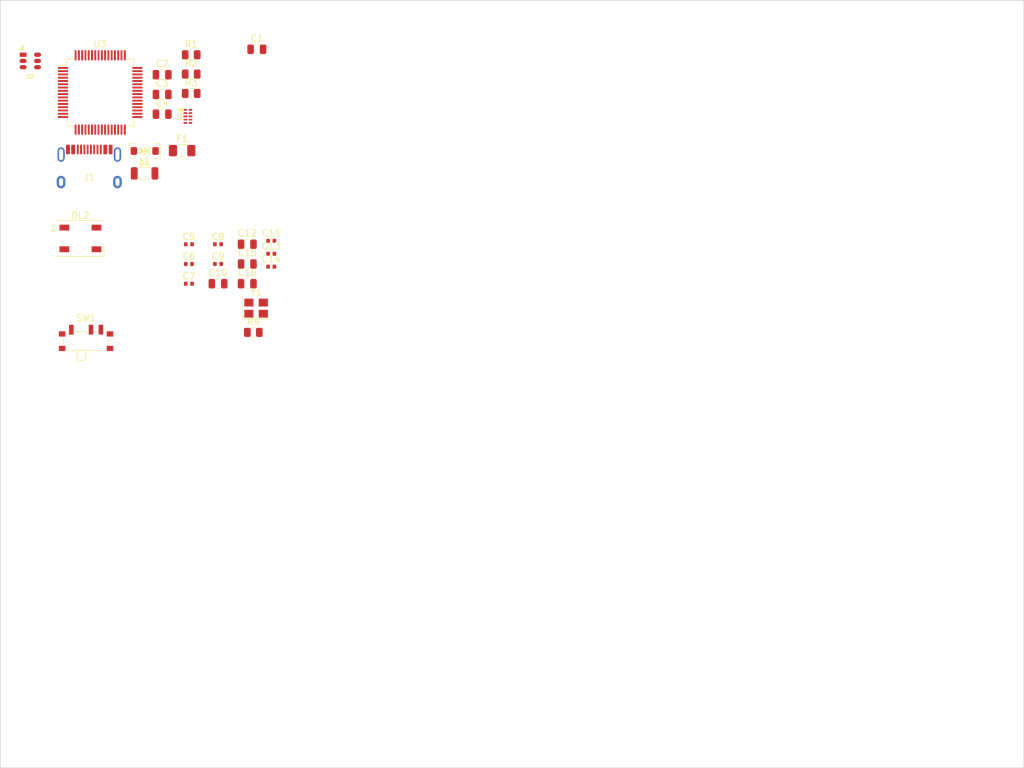
<source format=kicad_pcb>
(kicad_pcb (version 20221018) (generator pcbnew)
  (layers (0 "F.Cu" signal) (31 "B.Cu" signal) (34 "B.Paste" user) (35 "F.Paste" user) (36 "B.SilkS" user "B.Silkscreen") (37 "F.SilkS" user "F.Silkscreen") (38 "B.Mask" user) (39 "F.Mask" user) (44 "Edge.Cuts" user))
  (net 0 "")
  (net 1 "VBUS")
  (net 2 "VCC")
  (net 3 "GND")
  (net 4 "GNDPWR")
  (net 5 "Net-(J1-CC1)")
  (net 6 "DA+")
  (net 7 "DA-")
  (net 9 "Net-(J1-CC2)")
  (net 12 "+3.3V")
  (net 16 "/NRST")
  (net 21 "/BOOT0")
  (net 22 "Net-(U3-VCAP1)")
  (net 27 "OSC_IN")
  (net 28 "OSC_OUT")
  (net 39 "/SW_BOOT")
  (net 40 "SWDIO")
  (net 44 "SWCLK")
  (net 64 "Net-(U2-OE)")
  (net 65 "RGB_5V")
  (net 66 "RGB_3V3")
  (footprint "Capacitor_SMD:C_0402_1005Metric" (layer "F.Cu") (at 73.4455 62.23)
    (fp_text reference "C11" (at 0 -1.16) (layer "F.SilkS"))
    (fp_text value "4.7u")
    (fp_line (start -0.107836 -0.36) (end 0.107836 -0.36) (stroke (width 0.12)) (layer "F.SilkS"))
    (fp_line (start -0.107836 0.36) (end 0.107836 0.36) (stroke (width 0.12)) (layer "F.SilkS"))
    (pad "1" smd roundrect (at -0.48 0) (size 0.56 0.62) (layers "F.Cu" "F.Paste" "F.Mask") (net 3 "GND"))
    (pad "2" smd roundrect (at 0.48 0) (size 0.56 0.62) (layers "F.Cu" "F.Paste" "F.Mask") (net 22 "Net-(U3-VCAP1)"))
  )
  (footprint "Resistor_SMD:R_0805_2012Metric" (layer "F.Cu") (at 61.239 36.787)
    (fp_text reference "R2" (at 0 -1.65) (layer "F.SilkS"))
    (fp_text value "5.1k")
    (fp_line (start -0.227064 -0.735) (end 0.227064 -0.735) (stroke (width 0.12)) (layer "F.SilkS"))
    (fp_line (start -0.227064 0.735) (end 0.227064 0.735) (stroke (width 0.12)) (layer "F.SilkS"))
    (pad "1" smd roundrect (at -0.9125 0) (size 1.025 1.4) (layers "F.Cu" "F.Paste" "F.Mask") (roundrect_rratio 0.243902) (net 9 "Net-(J1-CC2)"))
    (pad "2" smd roundrect (at 0.9125 0) (size 1.025 1.4) (layers "F.Cu" "F.Paste" "F.Mask") (roundrect_rratio 0.243902) (net 4 "GNDPWR"))
  )
  (footprint "Fuse:Fuse_1206_3216Metric" (layer "F.Cu") (at 59.859 48.457)
    (fp_text reference "F1" (at 0 -1.82) (layer "F.SilkS"))
    (fp_text value "ASMD1206-150")
    (fp_line (start -0.602064 -0.91) (end 0.602064 -0.91) (stroke (width 0.12)) (layer "F.SilkS"))
    (fp_line (start -0.602064 0.91) (end 0.602064 0.91) (stroke (width 0.12)) (layer "F.SilkS"))
    (pad "1" smd roundrect (at -1.4 0) (size 1.25 1.75) (layers "F.Cu" "F.Paste" "F.Mask") (roundrect_rratio 0.2) (net 1 "VBUS"))
    (pad "2" smd roundrect (at 1.4 0) (size 1.25 1.75) (layers "F.Cu" "F.Paste" "F.Mask") (roundrect_rratio 0.2) (net 2 "VCC"))
  )
  (footprint "Capacitor_SMD:C_0805_2012Metric" (layer "F.Cu") (at 56.809 39.887)
    (fp_text reference "C3" (at 0 -1.68) (layer "F.SilkS"))
    (fp_text value "100n")
    (fp_line (start -0.261252 -0.735) (end 0.261252 -0.735) (stroke (width 0.12)) (layer "F.SilkS"))
    (fp_line (start -0.261252 0.735) (end 0.261252 0.735) (stroke (width 0.12)) (layer "F.SilkS"))
    (pad "1" smd roundrect (at -0.95 0) (size 1 1.45) (layers "F.Cu" "F.Paste" "F.Mask") (net 3 "GND"))
    (pad "2" smd roundrect (at 0.95 0) (size 1 1.45) (layers "F.Cu" "F.Paste" "F.Mask") (net 12 "+3.3V"))
  )
  (footprint "Capacitor_SMD:C_0805_2012Metric" (layer "F.Cu") (at 69.7855 68.77)
    (fp_text reference "C16" (at 0 -1.68) (layer "F.SilkS"))
    (fp_text value "10p")
    (fp_line (start -0.261252 -0.735) (end 0.261252 -0.735) (stroke (width 0.12)) (layer "F.SilkS"))
    (fp_line (start -0.261252 0.735) (end 0.261252 0.735) (stroke (width 0.12)) (layer "F.SilkS"))
    (pad "1" smd roundrect (at -0.95 0) (size 1 1.45) (layers "F.Cu" "F.Paste" "F.Mask") (net 28 "OSC_OUT"))
    (pad "2" smd roundrect (at 0.95 0) (size 1 1.45) (layers "F.Cu" "F.Paste" "F.Mask") (net 3 "GND"))
  )
  (footprint "Capacitor_SMD:C_0805_2012Metric" (layer "F.Cu") (at 56.809 36.877)
    (fp_text reference "C2" (at 0 -1.68) (layer "F.SilkS"))
    (fp_text value "22u")
    (fp_line (start -0.261252 -0.735) (end 0.261252 -0.735) (stroke (width 0.12)) (layer "F.SilkS"))
    (fp_line (start -0.261252 0.735) (end 0.261252 0.735) (stroke (width 0.12)) (layer "F.SilkS"))
    (pad "1" smd roundrect (at -0.95 0) (size 1 1.45) (layers "F.Cu" "F.Paste" "F.Mask") (net 12 "+3.3V"))
    (pad "2" smd roundrect (at 0.95 0) (size 1 1.45) (layers "F.Cu" "F.Paste" "F.Mask") (net 3 "GND"))
  )
  (footprint "Package_QFP:LQFP-64_10x10mm_P0.5mm" (layer "F.Cu") (at 47.359 39.587)
    (fp_text reference "U3" (at 0 -7.4) (layer "F.SilkS"))
    (fp_text value "STM32F401RCTx")
    (fp_line (start -5.11 -5.11) (end -5.11 -4.16) (stroke (width 0.12)) (layer "F.SilkS"))
    (fp_line (start -5.11 -4.16) (end -6.45 -4.16) (stroke (width 0.12)) (layer "F.SilkS"))
    (fp_line (start -5.11 5.11) (end -5.11 4.16) (stroke (width 0.12)) (layer "F.SilkS"))
    (fp_line (start -4.16 -5.11) (end -5.11 -5.11) (stroke (width 0.12)) (layer "F.SilkS"))
    (fp_line (start -4.16 5.11) (end -5.11 5.11) (stroke (width 0.12)) (layer "F.SilkS"))
    (fp_line (start 4.16 -5.11) (end 5.11 -5.11) (stroke (width 0.12)) (layer "F.SilkS"))
    (fp_line (start 4.16 5.11) (end 5.11 5.11) (stroke (width 0.12)) (layer "F.SilkS"))
    (fp_line (start 5.11 -5.11) (end 5.11 -4.16) (stroke (width 0.12)) (layer "F.SilkS"))
    (fp_line (start 5.11 5.11) (end 5.11 4.16) (stroke (width 0.12)) (layer "F.SilkS"))
    (pad "1" smd roundrect (at -5.675 -3.75) (size 1.55 0.3) (layers "F.Cu" "F.Paste" "F.Mask") (net 12 "+3.3V"))
    (pad "2" smd roundrect (at -5.675 -3.25) (size 1.55 0.3) (layers "F.Cu" "F.Paste" "F.Mask"))
    (pad "3" smd roundrect (at -5.675 -2.75) (size 1.55 0.3) (layers "F.Cu" "F.Paste" "F.Mask"))
    (pad "4" smd roundrect (at -5.675 -2.25) (size 1.55 0.3) (layers "F.Cu" "F.Paste" "F.Mask"))
    (pad "5" smd roundrect (at -5.675 -1.75) (size 1.55 0.3) (layers "F.Cu" "F.Paste" "F.Mask") (net 27 "OSC_IN"))
    (pad "6" smd roundrect (at -5.675 -1.25) (size 1.55 0.3) (layers "F.Cu" "F.Paste" "F.Mask") (net 28 "OSC_OUT"))
    (pad "7" smd roundrect (at -5.675 -0.75) (size 1.55 0.3) (layers "F.Cu" "F.Paste" "F.Mask") (net 16 "/NRST"))
    (pad "8" smd roundrect (at -5.675 -0.25) (size 1.55 0.3) (layers "F.Cu" "F.Paste" "F.Mask"))
    (pad "9" smd roundrect (at -5.675 0.25) (size 1.55 0.3) (layers "F.Cu" "F.Paste" "F.Mask"))
    (pad "10" smd roundrect (at -5.675 0.75) (size 1.55 0.3) (layers "F.Cu" "F.Paste" "F.Mask"))
    (pad "11" smd roundrect (at -5.675 1.25) (size 1.55 0.3) (layers "F.Cu" "F.Paste" "F.Mask"))
    (pad "12" smd roundrect (at -5.675 1.75) (size 1.55 0.3) (layers "F.Cu" "F.Paste" "F.Mask") (net 3 "GND"))
    (pad "13" smd roundrect (at -5.675 2.25) (size 1.55 0.3) (layers "F.Cu" "F.Paste" "F.Mask") (net 12 "+3.3V"))
    (pad "14" smd roundrect (at -5.675 2.75) (size 1.55 0.3) (layers "F.Cu" "F.Paste" "F.Mask"))
    (pad "15" smd roundrect (at -5.675 3.25) (size 1.55 0.3) (layers "F.Cu" "F.Paste" "F.Mask"))
    (pad "16" smd roundrect (at -5.675 3.75) (size 1.55 0.3) (layers "F.Cu" "F.Paste" "F.Mask"))
    (pad "17" smd roundrect (at -3.75 5.675) (size 0.3 1.55) (layers "F.Cu" "F.Paste" "F.Mask"))
    (pad "18" smd roundrect (at -3.25 5.675) (size 0.3 1.55) (layers "F.Cu" "F.Paste" "F.Mask") (net 3 "GND"))
    (pad "19" smd roundrect (at -2.75 5.675) (size 0.3 1.55) (layers "F.Cu" "F.Paste" "F.Mask") (net 12 "+3.3V"))
    (pad "20" smd roundrect (at -2.25 5.675) (size 0.3 1.55) (layers "F.Cu" "F.Paste" "F.Mask"))
    (pad "21" smd roundrect (at -1.75 5.675) (size 0.3 1.55) (layers "F.Cu" "F.Paste" "F.Mask"))
    (pad "22" smd roundrect (at -1.25 5.675) (size 0.3 1.55) (layers "F.Cu" "F.Paste" "F.Mask"))
    (pad "23" smd roundrect (at -0.75 5.675) (size 0.3 1.55) (layers "F.Cu" "F.Paste" "F.Mask"))
    (pad "24" smd roundrect (at -0.25 5.675) (size 0.3 1.55) (layers "F.Cu" "F.Paste" "F.Mask"))
    (pad "25" smd roundrect (at 0.25 5.675) (size 0.3 1.55) (layers "F.Cu" "F.Paste" "F.Mask"))
    (pad "26" smd roundrect (at 0.75 5.675) (size 0.3 1.55) (layers "F.Cu" "F.Paste" "F.Mask"))
    (pad "27" smd roundrect (at 1.25 5.675) (size 0.3 1.55) (layers "F.Cu" "F.Paste" "F.Mask"))
    (pad "28" smd roundrect (at 1.75 5.675) (size 0.3 1.55) (layers "F.Cu" "F.Paste" "F.Mask"))
    (pad "29" smd roundrect (at 2.25 5.675) (size 0.3 1.55) (layers "F.Cu" "F.Paste" "F.Mask"))
    (pad "30" smd roundrect (at 2.75 5.675) (size 0.3 1.55) (layers "F.Cu" "F.Paste" "F.Mask") (net 22 "Net-(U3-VCAP1)"))
    (pad "31" smd roundrect (at 3.25 5.675) (size 0.3 1.55) (layers "F.Cu" "F.Paste" "F.Mask") (net 3 "GND"))
    (pad "32" smd roundrect (at 3.75 5.675) (size 0.3 1.55) (layers "F.Cu" "F.Paste" "F.Mask") (net 12 "+3.3V"))
    (pad "33" smd roundrect (at 5.675 3.75) (size 1.55 0.3) (layers "F.Cu" "F.Paste" "F.Mask"))
    (pad "34" smd roundrect (at 5.675 3.25) (size 1.55 0.3) (layers "F.Cu" "F.Paste" "F.Mask"))
    (pad "35" smd roundrect (at 5.675 2.75) (size 1.55 0.3) (layers "F.Cu" "F.Paste" "F.Mask"))
    (pad "36" smd roundrect (at 5.675 2.25) (size 1.55 0.3) (layers "F.Cu" "F.Paste" "F.Mask") (net 66 "RGB_3V3"))
    (pad "37" smd roundrect (at 5.675 1.75) (size 1.55 0.3) (layers "F.Cu" "F.Paste" "F.Mask"))
    (pad "38" smd roundrect (at 5.675 1.25) (size 1.55 0.3) (layers "F.Cu" "F.Paste" "F.Mask"))
    (pad "39" smd roundrect (at 5.675 0.75) (size 1.55 0.3) (layers "F.Cu" "F.Paste" "F.Mask"))
    (pad "40" smd roundrect (at 5.675 0.25) (size 1.55 0.3) (layers "F.Cu" "F.Paste" "F.Mask"))
    (pad "41" smd roundrect (at 5.675 -0.25) (size 1.55 0.3) (layers "F.Cu" "F.Paste" "F.Mask"))
    (pad "42" smd roundrect (at 5.675 -0.75) (size 1.55 0.3) (layers "F.Cu" "F.Paste" "F.Mask"))
    (pad "43" smd roundrect (at 5.675 -1.25) (size 1.55 0.3) (layers "F.Cu" "F.Paste" "F.Mask"))
    (pad "44" smd roundrect (at 5.675 -1.75) (size 1.55 0.3) (layers "F.Cu" "F.Paste" "F.Mask") (net 7 "DA-"))
    (pad "45" smd roundrect (at 5.675 -2.25) (size 1.55 0.3) (layers "F.Cu" "F.Paste" "F.Mask") (net 6 "DA+"))
    (pad "46" smd roundrect (at 5.675 -2.75) (size 1.55 0.3) (layers "F.Cu" "F.Paste" "F.Mask") (net 40 "SWDIO"))
    (pad "47" smd roundrect (at 5.675 -3.25) (size 1.55 0.3) (layers "F.Cu" "F.Paste" "F.Mask") (net 3 "GND"))
    (pad "48" smd roundrect (at 5.675 -3.75) (size 1.55 0.3) (layers "F.Cu" "F.Paste" "F.Mask") (net 12 "+3.3V"))
    (pad "49" smd roundrect (at 3.75 -5.675) (size 0.3 1.55) (layers "F.Cu" "F.Paste" "F.Mask") (net 44 "SWCLK"))
    (pad "50" smd roundrect (at 3.25 -5.675) (size 0.3 1.55) (layers "F.Cu" "F.Paste" "F.Mask"))
    (pad "51" smd roundrect (at 2.75 -5.675) (size 0.3 1.55) (layers "F.Cu" "F.Paste" "F.Mask"))
    (pad "52" smd roundrect (at 2.25 -5.675) (size 0.3 1.55) (layers "F.Cu" "F.Paste" "F.Mask"))
    (pad "53" smd roundrect (at 1.75 -5.675) (size 0.3 1.55) (layers "F.Cu" "F.Paste" "F.Mask"))
    (pad "54" smd roundrect (at 1.25 -5.675) (size 0.3 1.55) (layers "F.Cu" "F.Paste" "F.Mask"))
    (pad "55" smd roundrect (at 0.75 -5.675) (size 0.3 1.55) (layers "F.Cu" "F.Paste" "F.Mask"))
    (pad "56" smd roundrect (at 0.25 -5.675) (size 0.3 1.55) (layers "F.Cu" "F.Paste" "F.Mask"))
    (pad "57" smd roundrect (at -0.25 -5.675) (size 0.3 1.55) (layers "F.Cu" "F.Paste" "F.Mask"))
    (pad "58" smd roundrect (at -0.75 -5.675) (size 0.3 1.55) (layers "F.Cu" "F.Paste" "F.Mask"))
    (pad "59" smd roundrect (at -1.25 -5.675) (size 0.3 1.55) (layers "F.Cu" "F.Paste" "F.Mask"))
    (pad "60" smd roundrect (at -1.75 -5.675) (size 0.3 1.55) (layers "F.Cu" "F.Paste" "F.Mask") (net 21 "/BOOT0"))
    (pad "61" smd roundrect (at -2.25 -5.675) (size 0.3 1.55) (layers "F.Cu" "F.Paste" "F.Mask"))
    (pad "62" smd roundrect (at -2.75 -5.675) (size 0.3 1.55) (layers "F.Cu" "F.Paste" "F.Mask"))
    (pad "63" smd roundrect (at -3.25 -5.675) (size 0.3 1.55) (layers "F.Cu" "F.Paste" "F.Mask") (net 3 "GND"))
    (pad "64" smd roundrect (at -3.75 -5.675) (size 0.3 1.55) (layers "F.Cu" "F.Paste" "F.Mask") (net 12 "+3.3V"))
  )
  (footprint "Capacitor_SMD:C_0805_2012Metric" (layer "F.Cu") (at 69.7855 62.75)
    (fp_text reference "C12" (at 0 -1.68) (layer "F.SilkS"))
    (fp_text value "100n")
    (fp_line (start -0.261252 -0.735) (end 0.261252 -0.735) (stroke (width 0.12)) (layer "F.SilkS"))
    (fp_line (start -0.261252 0.735) (end 0.261252 0.735) (stroke (width 0.12)) (layer "F.SilkS"))
    (pad "1" smd roundrect (at -0.95 0) (size 1 1.45) (layers "F.Cu" "F.Paste" "F.Mask") (net 16 "/NRST"))
    (pad "2" smd roundrect (at 0.95 0) (size 1 1.45) (layers "F.Cu" "F.Paste" "F.Mask") (net 3 "GND"))
  )
  (footprint "Acheron_Connectors:TYPE-C-31-M-12" (layer "F.Cu") (at 45.694 47.562)
    (fp_text reference "J1" (at 0 5) (layer "F.SilkS"))
    (fp_text value "TYPE-C-31-M12_13")
    (pad "" np_thru_hole circle (at -2.89 2.051) (size 0.65 0.65) (drill 0.65) (layers "*.Cu" "*.Mask"))
    (pad "" np_thru_hole circle (at 2.89 2.051) (size 0.65 0.65) (drill 0.65) (layers "*.Cu" "*.Mask"))
    (pad "A1" smd roundrect (at -3.25 0.725) (size 0.6 1.45) (layers "F.Cu" "F.Paste" "F.Mask") (net 4 "GNDPWR"))
    (pad "A4" smd roundrect (at -2.45 0.725) (size 0.6 1.45) (layers "F.Cu" "F.Paste" "F.Mask") (net 1 "VBUS"))
    (pad "A5" smd roundrect (at -1.25 0.725) (size 0.3 1.45) (layers "F.Cu" "F.Paste" "F.Mask") (net 5 "Net-(J1-CC1)"))
    (pad "A6" smd roundrect (at -0.254 0.725) (size 0.3 1.45) (layers "F.Cu" "F.Paste" "F.Mask") (net 6 "DA+"))
    (pad "A7" smd roundrect (at 0.25 0.725) (size 0.3 1.45) (layers "F.Cu" "F.Paste" "F.Mask") (net 7 "DA-"))
    (pad "A8" smd roundrect (at 1.25 0.725) (size 0.3 1.45) (layers "F.Cu" "F.Paste" "F.Mask"))
    (pad "B1" smd roundrect (at 3.25 0.725) (size 0.6 1.45) (layers "F.Cu" "F.Paste" "F.Mask") (net 4 "GNDPWR"))
    (pad "B4" smd roundrect (at 2.45 0.725) (size 0.6 1.45) (layers "F.Cu" "F.Paste" "F.Mask"))
    (pad "B5" smd roundrect (at 1.75 0.725) (size 0.3 1.45) (layers "F.Cu" "F.Paste" "F.Mask") (net 9 "Net-(J1-CC2)"))
    (pad "B6" smd roundrect (at 0.75 0.725) (size 0.3 1.45) (layers "F.Cu" "F.Paste" "F.Mask") (net 6 "DA+"))
    (pad "B7" smd roundrect (at -0.75 0.725) (size 0.3 1.45) (layers "F.Cu" "F.Paste" "F.Mask") (net 6 "DA+"))
    (pad "B8" smd roundrect (at -1.75 0.725) (size 0.3 1.45) (layers "F.Cu" "F.Paste" "F.Mask"))
    (pad "S" thru_hole oval (at -4.3 1.5) (size 1.1 2.2) (drill oval 0.6 1.7) (layers "*.Cu" "*.Mask") (net 4 "GNDPWR"))
    (pad "S" thru_hole oval (at -4.3 5.7) (size 1.3 1.9) (drill oval 0.6 1.2) (layers "*.Cu" "*.Mask") (net 4 "GNDPWR"))
    (pad "S" thru_hole oval (at 4.3 1.5) (size 1.1 2.2) (drill oval 0.6 1.7) (layers "*.Cu" "*.Mask") (net 4 "GNDPWR"))
    (pad "S" thru_hole oval (at 4.3 5.7) (size 1.3 1.9) (drill oval 0.6 1.2) (layers "*.Cu" "*.Mask") (net 4 "GNDPWR"))
  )
  (footprint "Capacitor_SMD:C_0402_1005Metric" (layer "F.Cu") (at 65.3355 65.76)
    (fp_text reference "C9" (at 0 -1.16) (layer "F.SilkS"))
    (fp_text value "100n")
    (fp_line (start -0.107836 -0.36) (end 0.107836 -0.36) (stroke (width 0.12)) (layer "F.SilkS"))
    (fp_line (start -0.107836 0.36) (end 0.107836 0.36) (stroke (width 0.12)) (layer "F.SilkS"))
    (pad "1" smd roundrect (at -0.48 0) (size 0.56 0.62) (layers "F.Cu" "F.Paste" "F.Mask") (net 12 "+3.3V"))
    (pad "2" smd roundrect (at 0.48 0) (size 0.56 0.62) (layers "F.Cu" "F.Paste" "F.Mask") (net 3 "GND"))
  )
  (footprint "Capacitor_SMD:C_0402_1005Metric" (layer "F.Cu") (at 73.4455 66.17)
    (fp_text reference "C14" (at 0 -1.16) (layer "F.SilkS"))
    (fp_text value "10n")
    (fp_line (start -0.107836 -0.36) (end 0.107836 -0.36) (stroke (width 0.12)) (layer "F.SilkS"))
    (fp_line (start -0.107836 0.36) (end 0.107836 0.36) (stroke (width 0.12)) (layer "F.SilkS"))
    (pad "1" smd roundrect (at -0.48 0) (size 0.56 0.62) (layers "F.Cu" "F.Paste" "F.Mask") (net 3 "GND"))
    (pad "2" smd roundrect (at 0.48 0) (size 0.56 0.62) (layers "F.Cu" "F.Paste" "F.Mask") (net 12 "+3.3V"))
  )
  (footprint "Acheron_Components:D_SOD-123_Bidirectional" (layer "F.Cu") (at 54.1548 48.5128)
    (fp_text reference "D1" (at 0 1.84193 180) (layer "F.SilkS") (effects (font (size 0.8 0.8) (thickness 0.2))))
    (fp_text value "SMF9.0CA")
    (fp_line (start -2.35 -1.15) (end -1.4 -1.15) (stroke (width 0.1016)) (layer "F.SilkS"))
    (fp_line (start -2.35 1.15) (end -2.35 -1.15) (stroke (width 0.1016)) (layer "F.SilkS"))
    (fp_line (start -2.35 1.15) (end -1.4 1.15) (stroke (width 0.1016)) (layer "F.SilkS"))
    (fp_line (start 0 -0.635) (end 0.254 -0.635) (stroke (width 0.12)) (layer "F.SilkS"))
    (fp_line (start 0 0.635) (end -0.254 0.635) (stroke (width 0.12)) (layer "F.SilkS"))
    (fp_line (start 0 0.635) (end 0 -0.635) (stroke (width 0.12)) (layer "F.SilkS"))
    (fp_line (start 2.35 -1.15) (end 1.4 -1.15) (stroke (width 0.1016)) (layer "F.SilkS"))
    (fp_line (start 2.35 -1.15) (end 2.35 1.15) (stroke (width 0.1016)) (layer "F.SilkS"))
    (fp_line (start 2.35 1.15) (end 1.4 1.15) (stroke (width 0.1016)) (layer "F.SilkS"))
    (fp_poly (pts (xy 0 0) (xy -0.711 0.6) (xy -0.711 -0.6)) (stroke (width 0.1)) (fill solid) (layer "F.SilkS"))
    (fp_poly (pts (xy 0 0) (xy 0.711 -0.6) (xy 0.711 0.6)) (stroke (width 0.1)) (fill solid) (layer "F.SilkS"))
    (pad "1" smd roundrect (at -1.65 0) (size 1 1.2) (layers "F.Cu" "F.Paste" "F.Mask") (net 4 "GNDPWR"))
    (pad "2" smd roundrect (at 1.65 0) (size 1 1.2) (layers "F.Cu" "F.Paste" "F.Mask") (net 2 "VCC"))
  )
  (footprint "Resistor_SMD:R_0805_2012Metric" (layer "F.Cu") (at 70.7155 76.2)
    (fp_text reference "R4" (at 0 -1.65) (layer "F.SilkS"))
    (fp_text value "10k")
    (fp_line (start -0.227064 -0.735) (end 0.227064 -0.735) (stroke (width 0.12)) (layer "F.SilkS"))
    (fp_line (start -0.227064 0.735) (end 0.227064 0.735) (stroke (width 0.12)) (layer "F.SilkS"))
    (pad "1" smd roundrect (at -0.9125 0) (size 1.025 1.4) (layers "F.Cu" "F.Paste" "F.Mask") (roundrect_rratio 0.243902) (net 39 "/SW_BOOT"))
    (pad "2" smd roundrect (at 0.9125 0) (size 1.025 1.4) (layers "F.Cu" "F.Paste" "F.Mask") (roundrect_rratio 0.243902) (net 21 "/BOOT0"))
  )
  (footprint "Capacitor_SMD:C_0805_2012Metric" (layer "F.Cu") (at 69.7855 65.76)
    (fp_text reference "C15" (at 0 -1.68) (layer "F.SilkS"))
    (fp_text value "10p")
    (fp_line (start -0.261252 -0.735) (end 0.261252 -0.735) (stroke (width 0.12)) (layer "F.SilkS"))
    (fp_line (start -0.261252 0.735) (end 0.261252 0.735) (stroke (width 0.12)) (layer "F.SilkS"))
    (pad "1" smd roundrect (at -0.95 0) (size 1 1.45) (layers "F.Cu" "F.Paste" "F.Mask") (net 27 "OSC_IN"))
    (pad "2" smd roundrect (at 0.95 0) (size 1 1.45) (layers "F.Cu" "F.Paste" "F.Mask") (net 3 "GND"))
  )
  (footprint "Capacitor_SMD:C_0805_2012Metric" (layer "F.Cu") (at 71.25 33)
    (fp_text reference "C1" (at 0 -1.68) (layer "F.SilkS"))
    (fp_text value "22u")
    (fp_line (start -0.261252 -0.735) (end 0.261252 -0.735) (stroke (width 0.12)) (layer "F.SilkS"))
    (fp_line (start -0.261252 0.735) (end 0.261252 0.735) (stroke (width 0.12)) (layer "F.SilkS"))
    (pad "1" smd roundrect (at -0.95 0) (size 1 1.45) (layers "F.Cu" "F.Paste" "F.Mask") (net 2 "VCC"))
    (pad "2" smd roundrect (at 0.95 0) (size 1 1.45) (layers "F.Cu" "F.Paste" "F.Mask") (net 3 "GND"))
  )
  (footprint "LED_SMD:LED_WS2812B_PLCC4_5.0x5.0mm_P3.2mm" (layer "F.Cu") (at 44.344 61.862)
    (fp_text reference "DL2" (at 0 -3.5) (layer "F.SilkS"))
    (fp_text value "WS2812B")
    (fp_text user "1" (at -4.15 -1.6) (layer "F.SilkS"))
    (fp_line (start -3.65 -2.75) (end 3.65 -2.75) (stroke (width 0.12)) (layer "F.SilkS"))
    (fp_line (start -3.65 2.75) (end 3.65 2.75) (stroke (width 0.12)) (layer "F.SilkS"))
    (fp_line (start 3.65 2.75) (end 3.65 1.6) (stroke (width 0.12)) (layer "F.SilkS"))
    (pad "1" smd rect (at -2.45 -1.65) (size 1.5 0.9) (layers "F.Cu" "F.Paste" "F.Mask") (net 2 "VCC"))
    (pad "2" smd rect (at -2.45 1.65) (size 1.5 0.9) (layers "F.Cu" "F.Paste" "F.Mask"))
    (pad "3" smd rect (at 2.45 1.65) (size 1.5 0.9) (layers "F.Cu" "F.Paste" "F.Mask") (net 3 "GND"))
    (pad "4" smd rect (at 2.45 -1.65) (size 1.5 0.9) (layers "F.Cu" "F.Paste" "F.Mask") (net 65 "RGB_5V"))
  )
  (footprint "Button_Switch_SMD:SW_SPDT_PCM12" (layer "F.Cu") (at 45.212 77.216)
    (fp_text reference "SW1" (at 0 -3.2) (layer "F.SilkS"))
    (fp_text value "SW_SPDT")
    (fp_line (start -3.45 -0.07) (end -3.45 0.72) (stroke (width 0.12)) (layer "F.SilkS"))
    (fp_line (start -2.85 1.73) (end 2.85 1.73) (stroke (width 0.12)) (layer "F.SilkS"))
    (fp_line (start -1.6 -1.12) (end 0.1 -1.12) (stroke (width 0.12)) (layer "F.SilkS"))
    (fp_line (start -1.4 1.73) (end -1.4 3.02) (stroke (width 0.12)) (layer "F.SilkS"))
    (fp_line (start -1.4 3.02) (end -1.2 3.23) (stroke (width 0.12)) (layer "F.SilkS"))
    (fp_line (start -1.2 3.23) (end -0.3 3.23) (stroke (width 0.12)) (layer "F.SilkS"))
    (fp_line (start -0.1 3.02) (end -0.3 3.23) (stroke (width 0.12)) (layer "F.SilkS"))
    (fp_line (start -0.1 3.02) (end -0.1 1.73) (stroke (width 0.12)) (layer "F.SilkS"))
    (fp_line (start 1.4 -1.12) (end 1.6 -1.12) (stroke (width 0.12)) (layer "F.SilkS"))
    (fp_line (start 3.45 0.72) (end 3.45 -0.07) (stroke (width 0.12)) (layer "F.SilkS"))
    (pad "" np_thru_hole circle (at -1.5 0.33) (size 0.9 0.9) (drill 0.9) (layers "*.Cu" "*.Mask"))
    (pad "" np_thru_hole circle (at 1.5 0.33) (size 0.9 0.9) (drill 0.9) (layers "*.Cu" "*.Mask"))
    (pad "1" smd rect (at -2.25 -1.43) (size 0.7 1.5) (layers "F.Cu" "F.Paste" "F.Mask") (net 3 "GND"))
    (pad "2" smd rect (at 0.75 -1.43) (size 0.7 1.5) (layers "F.Cu" "F.Paste" "F.Mask") (net 39 "/SW_BOOT"))
    (pad "3" smd rect (at 2.25 -1.43) (size 0.7 1.5) (layers "F.Cu" "F.Paste" "F.Mask") (net 12 "+3.3V"))
    (pad "4" smd rect (at -3.65 -0.78) (size 1 0.8) (layers "F.Cu" "F.Paste" "F.Mask") (net 3 "GND"))
    (pad "4" smd rect (at -3.65 1.43) (size 1 0.8) (layers "F.Cu" "F.Paste" "F.Mask") (net 3 "GND"))
    (pad "4" smd rect (at 3.65 -0.78) (size 1 0.8) (layers "F.Cu" "F.Paste" "F.Mask") (net 3 "GND"))
    (pad "4" smd rect (at 3.65 1.43) (size 1 0.8) (layers "F.Cu" "F.Paste" "F.Mask") (net 3 "GND"))
  )
  (footprint "Capacitor_SMD:C_0402_1005Metric" (layer "F.Cu") (at 60.8855 62.75)
    (fp_text reference "C5" (at 0 -1.16) (layer "F.SilkS"))
    (fp_text value "100n")
    (fp_line (start -0.107836 -0.36) (end 0.107836 -0.36) (stroke (width 0.12)) (layer "F.SilkS"))
    (fp_line (start -0.107836 0.36) (end 0.107836 0.36) (stroke (width 0.12)) (layer "F.SilkS"))
    (pad "1" smd roundrect (at -0.48 0) (size 0.56 0.62) (layers "F.Cu" "F.Paste" "F.Mask") (net 12 "+3.3V"))
    (pad "2" smd roundrect (at 0.48 0) (size 0.56 0.62) (layers "F.Cu" "F.Paste" "F.Mask") (net 3 "GND"))
  )
  (footprint "Capacitor_SMD:C_0805_2012Metric" (layer "F.Cu") (at 65.3355 68.77)
    (fp_text reference "C10" (at 0 -1.68) (layer "F.SilkS"))
    (fp_text value "10u")
    (fp_line (start -0.261252 -0.735) (end 0.261252 -0.735) (stroke (width 0.12)) (layer "F.SilkS"))
    (fp_line (start -0.261252 0.735) (end 0.261252 0.735) (stroke (width 0.12)) (layer "F.SilkS"))
    (pad "1" smd roundrect (at -0.95 0) (size 1 1.45) (layers "F.Cu" "F.Paste" "F.Mask") (net 12 "+3.3V"))
    (pad "2" smd roundrect (at 0.95 0) (size 1 1.45) (layers "F.Cu" "F.Paste" "F.Mask") (net 3 "GND"))
  )
  (footprint "Crystal:Crystal_SMD_3225-4Pin_3.2x2.5mm" (layer "F.Cu") (at 71.1355 72.5)
    (fp_text reference "Y1" (at 0 -2.45) (layer "F.SilkS"))
    (fp_text value "16MHz")
    (fp_line (start -2 -1.65) (end -2 1.65) (stroke (width 0.12)) (layer "F.SilkS"))
    (fp_line (start -2 1.65) (end 2 1.65) (stroke (width 0.12)) (layer "F.SilkS"))
    (pad "1" smd rect (at -1.1 0.85) (size 1.4 1.2) (layers "F.Cu" "F.Paste" "F.Mask") (net 27 "OSC_IN"))
    (pad "2" smd rect (at 1.1 0.85) (size 1.4 1.2) (layers "F.Cu" "F.Paste" "F.Mask") (net 3 "GND"))
    (pad "3" smd rect (at 1.1 -0.85) (size 1.4 1.2) (layers "F.Cu" "F.Paste" "F.Mask") (net 28 "OSC_OUT"))
    (pad "4" smd rect (at -1.1 -0.85) (size 1.4 1.2) (layers "F.Cu" "F.Paste" "F.Mask") (net 3 "GND"))
  )
  (footprint "Capacitor_SMD:C_0402_1005Metric" (layer "F.Cu") (at 60.8855 68.77)
    (fp_text reference "C7" (at 0 -1.16) (layer "F.SilkS"))
    (fp_text value "100n")
    (fp_line (start -0.107836 -0.36) (end 0.107836 -0.36) (stroke (width 0.12)) (layer "F.SilkS"))
    (fp_line (start -0.107836 0.36) (end 0.107836 0.36) (stroke (width 0.12)) (layer "F.SilkS"))
    (pad "1" smd roundrect (at -0.48 0) (size 0.56 0.62) (layers "F.Cu" "F.Paste" "F.Mask") (net 12 "+3.3V"))
    (pad "2" smd roundrect (at 0.48 0) (size 0.56 0.62) (layers "F.Cu" "F.Paste" "F.Mask") (net 3 "GND"))
  )
  (footprint "Acheron_Components:USON-10_2.5x1.0mm_P0.5mm" (layer "F.Cu") (at 60.734001 43.237)
    (fp_text reference "U1" (at -1.274 0 90) (layer "F.SilkS") (effects (font (size 0.6 0.6))))
    (fp_text value "TPD4E05U06DQAR")
    (fp_circle (center -1 -1) (end -1 -1) (stroke (width 0.4)) (fill none) (layer "F.SilkS"))
    (pad "1" smd roundrect (at -0.385 -1 270) (size 0.25 0.55) (layers "F.Cu" "F.Paste" "F.Mask") (roundrect_rratio 0.5) (net 6 "DA+"))
    (pad "2" smd rect (at -0.385 -0.5 270) (size 0.25 0.55) (layers "F.Cu" "F.Paste" "F.Mask") (net 7 "DA-"))
    (pad "3" smd rect (at -0.385 0 270) (size 0.3 0.55) (layers "F.Cu" "F.Paste" "F.Mask") (net 4 "GNDPWR"))
    (pad "4" smd rect (at -0.385 0.5 270) (size 0.25 0.55) (layers "F.Cu" "F.Paste" "F.Mask") (net 6 "DA+"))
    (pad "5" smd rect (at -0.385 1 270) (size 0.25 0.55) (layers "F.Cu" "F.Paste" "F.Mask") (net 6 "DA+"))
    (pad "6" smd rect (at 0.385 1 270) (size 0.25 0.55) (layers "F.Cu" "F.Paste" "F.Mask") (net 6 "DA+"))
    (pad "7" smd rect (at 0.385 0.5 270) (size 0.25 0.55) (layers "F.Cu" "F.Paste" "F.Mask") (net 6 "DA+"))
    (pad "8" smd rect (at 0.385 0 270) (size 0.3 0.55) (layers "F.Cu" "F.Paste" "F.Mask") (net 4 "GNDPWR"))
    (pad "9" smd rect (at 0.385 -0.5 270) (size 0.25 0.55) (layers "F.Cu" "F.Paste" "F.Mask") (net 7 "DA-"))
    (pad "10" smd rect (at 0.385 -1 270) (size 0.25 0.55) (layers "F.Cu" "F.Paste" "F.Mask") (net 6 "DA+"))
  )
  (footprint "Resistor_SMD:R_0805_2012Metric" (layer "F.Cu") (at 61.239 33.837)
    (fp_text reference "R1" (at 0 -1.65) (layer "F.SilkS"))
    (fp_text value "5.1k")
    (fp_line (start -0.227064 -0.735) (end 0.227064 -0.735) (stroke (width 0.12)) (layer "F.SilkS"))
    (fp_line (start -0.227064 0.735) (end 0.227064 0.735) (stroke (width 0.12)) (layer "F.SilkS"))
    (pad "1" smd roundrect (at -0.9125 0) (size 1.025 1.4) (layers "F.Cu" "F.Paste" "F.Mask") (roundrect_rratio 0.243902) (net 5 "Net-(J1-CC1)"))
    (pad "2" smd roundrect (at 0.9125 0) (size 1.025 1.4) (layers "F.Cu" "F.Paste" "F.Mask") (roundrect_rratio 0.243902) (net 4 "GNDPWR"))
  )
  (footprint "Capacitor_SMD:C_0402_1005Metric" (layer "F.Cu") (at 65.3355 62.75)
    (fp_text reference "C8" (at 0 -1.16) (layer "F.SilkS"))
    (fp_text value "100n")
    (fp_line (start -0.107836 -0.36) (end 0.107836 -0.36) (stroke (width 0.12)) (layer "F.SilkS"))
    (fp_line (start -0.107836 0.36) (end 0.107836 0.36) (stroke (width 0.12)) (layer "F.SilkS"))
    (pad "1" smd roundrect (at -0.48 0) (size 0.56 0.62) (layers "F.Cu" "F.Paste" "F.Mask") (net 12 "+3.3V"))
    (pad "2" smd roundrect (at 0.48 0) (size 0.56 0.62) (layers "F.Cu" "F.Paste" "F.Mask") (net 3 "GND"))
  )
  (footprint "Resistor_SMD:R_0805_2012Metric" (layer "F.Cu") (at 61.239 39.737)
    (fp_text reference "R3" (at 0 -1.65) (layer "F.SilkS"))
    (fp_text value "10k")
    (fp_line (start -0.227064 -0.735) (end 0.227064 -0.735) (stroke (width 0.12)) (layer "F.SilkS"))
    (fp_line (start -0.227064 0.735) (end 0.227064 0.735) (stroke (width 0.12)) (layer "F.SilkS"))
    (pad "1" smd roundrect (at -0.9125 0) (size 1.025 1.4) (layers "F.Cu" "F.Paste" "F.Mask") (roundrect_rratio 0.243902) (net 12 "+3.3V"))
    (pad "2" smd roundrect (at 0.9125 0) (size 1.025 1.4) (layers "F.Cu" "F.Paste" "F.Mask") (roundrect_rratio 0.243902) (net 64 "Net-(U2-OE)"))
  )
  (footprint "Acheron_Components:SOT-23-6" (layer "F.Cu") (at 36.703 34.7795)
    (fp_text reference "U2" (at 0 2.38125) (layer "F.SilkS") (effects (font (size 0.6 0.6))))
    (fp_text value "TXS0101DBVR")
    (fp_poly (pts (xy -1.75 -1.75) (xy -1 -1.75) (xy -1 -2.5)) (stroke (width 0.1)) (fill solid) (layer "F.SilkS"))
    (pad "1" smd rect (at -1.1 -0.95) (size 1.06 0.65) (layers "F.Cu" "F.Paste" "F.Mask") (net 12 "+3.3V"))
    (pad "2" smd roundrect (at -1.1 0) (size 1.06 0.65) (layers "F.Cu" "F.Paste" "F.Mask") (roundrect_rratio 0.5) (net 3 "GND"))
    (pad "3" smd roundrect (at -1.1 0.95) (size 1.06 0.65) (layers "F.Cu" "F.Paste" "F.Mask") (roundrect_rratio 0.5) (net 66 "RGB_3V3"))
    (pad "4" smd roundrect (at 1.1 0.95) (size 1.06 0.65) (layers "F.Cu" "F.Paste" "F.Mask") (roundrect_rratio 0.5) (net 65 "RGB_5V"))
    (pad "5" smd roundrect (at 1.1 0) (size 1.06 0.65) (layers "F.Cu" "F.Paste" "F.Mask") (roundrect_rratio 0.5) (net 64 "Net-(U2-OE)"))
    (pad "6" smd roundrect (at 1.1 -0.95) (size 1.06 0.65) (layers "F.Cu" "F.Paste" "F.Mask") (roundrect_rratio 0.5) (net 2 "VCC"))
  )
  (footprint "Capacitor_SMD:C_0402_1005Metric" (layer "F.Cu") (at 60.8855 65.76)
    (fp_text reference "C6" (at 0 -1.16) (layer "F.SilkS"))
    (fp_text value "100n")
    (fp_line (start -0.107836 -0.36) (end 0.107836 -0.36) (stroke (width 0.12)) (layer "F.SilkS"))
    (fp_line (start -0.107836 0.36) (end 0.107836 0.36) (stroke (width 0.12)) (layer "F.SilkS"))
    (pad "1" smd roundrect (at -0.48 0) (size 0.56 0.62) (layers "F.Cu" "F.Paste" "F.Mask") (net 12 "+3.3V"))
    (pad "2" smd roundrect (at 0.48 0) (size 0.56 0.62) (layers "F.Cu" "F.Paste" "F.Mask") (net 3 "GND"))
  )
  (footprint "Capacitor_SMD:C_0805_2012Metric" (layer "F.Cu") (at 56.809 42.897)
    (fp_text reference "C4" (at 0 -1.68) (layer "F.SilkS"))
    (fp_text value "100n")
    (fp_line (start -0.261252 -0.735) (end 0.261252 -0.735) (stroke (width 0.12)) (layer "F.SilkS"))
    (fp_line (start -0.261252 0.735) (end 0.261252 0.735) (stroke (width 0.12)) (layer "F.SilkS"))
    (pad "1" smd roundrect (at -0.95 0) (size 1 1.45) (layers "F.Cu" "F.Paste" "F.Mask") (net 2 "VCC"))
    (pad "2" smd roundrect (at 0.95 0) (size 1 1.45) (layers "F.Cu" "F.Paste" "F.Mask") (net 3 "GND"))
  )
  (footprint "Inductor_SMD:L_1206_3216Metric" (layer "F.Cu") (at 54.129 51.937)
    (fp_text reference "L1" (at 0 -1.9) (layer "F.SilkS"))
    (fp_text value "60R@100MHz")
    (fp_line (start -0.835242 -0.91) (end 0.835242 -0.91) (stroke (width 0.12)) (layer "F.SilkS"))
    (fp_line (start -0.835242 0.91) (end 0.835242 0.91) (stroke (width 0.12)) (layer "F.SilkS"))
    (pad "1" smd roundrect (at -1.575 0) (size 1.05 1.9) (layers "F.Cu" "F.Paste" "F.Mask") (roundrect_rratio 0.238095) (net 3 "GND"))
    (pad "2" smd roundrect (at 1.575 0) (size 1.05 1.9) (layers "F.Cu" "F.Paste" "F.Mask") (roundrect_rratio 0.238095) (net 4 "GNDPWR"))
  )
  (footprint "Capacitor_SMD:C_0402_1005Metric" (layer "F.Cu") (at 73.4455 64.2)
    (fp_text reference "C13" (at 0 -1.16) (layer "F.SilkS"))
    (fp_text value "4.7u")
    (fp_line (start -0.107836 -0.36) (end 0.107836 -0.36) (stroke (width 0.12)) (layer "F.SilkS"))
    (fp_line (start -0.107836 0.36) (end 0.107836 0.36) (stroke (width 0.12)) (layer "F.SilkS"))
    (pad "1" smd roundrect (at -0.48 0) (size 0.56 0.62) (layers "F.Cu" "F.Paste" "F.Mask") (net 3 "GND"))
    (pad "2" smd roundrect (at 0.48 0) (size 0.56 0.62) (layers "F.Cu" "F.Paste" "F.Mask") (net 12 "+3.3V"))
  )
  (gr_rect (start 32.131 25.527) (end 188.214 142.621) (stroke (width 0.1)) (fill none) (layer "Edge.Cuts"))
)
</source>
